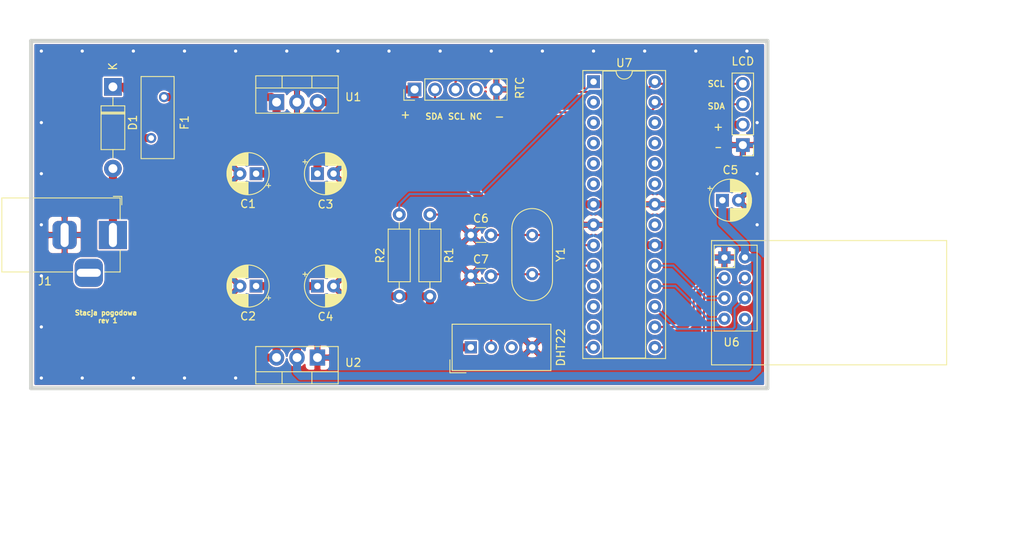
<source format=kicad_pcb>
(kicad_pcb (version 20171130) (host pcbnew "(5.1.8)-1")
  (layers (0 F.Cu signal) (31 B.Cu signal) (34 B.Paste user) (35 F.Paste user) (36 B.SilkS user) (37 F.SilkS user) (38 B.Mask user) (39 F.Mask user) (44 Edge.Cuts user))
  (net 0 "")
  (net 1 "Net-(C1-Pad1)")
  (net 2 GND)
  (net 3 +5V)
  (net 4 +3V3)
  (net 5 "Net-(C6-Pad2)")
  (net 6 "Net-(C7-Pad2)")
  (net 7 "Net-(D1-Pad1)")
  (net 8 "Net-(D1-Pad2)")
  (net 9 /DHT22)
  (net 10 "Net-(R2-Pad2)")
  (net 11 "Net-(U3-Pad4)")
  (net 12 "Net-(U4-Pad3)")
  (net 13 /SDA)
  (net 14 /SCL)
  (net 15 /CE)
  (net 16 /CSN)
  (net 17 /SCK)
  (net 18 /MOSI)
  (net 19 /MISO)
  (net 20 "Net-(U6-Pad8)")
  (net 21 "Net-(U7-Pad2)")
  (net 22 "Net-(U7-Pad3)")
  (net 23 "Net-(U7-Pad4)")
  (net 24 "Net-(U7-Pad5)")
  (net 25 "Net-(U7-Pad6)")
  (net 26 "Net-(U7-Pad21)")
  (net 27 "Net-(U7-Pad23)")
  (net 28 "Net-(U7-Pad24)")
  (net 29 "Net-(U7-Pad11)")
  (net 30 "Net-(U7-Pad25)")
  (net 31 "Net-(U7-Pad12)")
  (net 32 "Net-(U7-Pad26)")
  (net 33 "Net-(U7-Pad13)")
  (module Connector_PinHeader_2.54mm:PinHeader_1x04_P2.54mm_Vertical (layer F.Cu) (at 151.892 98.044 180)
    (fp_text reference LCD (at 0 10.414) (layer F.SilkS))
    (fp_text value LCDHD44780-->I2C hide)
    (pad 1 thru_hole rect (at 0 0 180) (size 1.7 1.7) (drill 1) (layers *.Cu *.Mask) (net 2 GND))
    (pad 2 thru_hole oval (at 0 2.54 180) (size 1.7 1.7) (drill 1) (layers *.Cu *.Mask) (net 3 +5V))
    (pad 3 thru_hole oval (at 0 5.08 180) (size 1.7 1.7) (drill 1) (layers *.Cu *.Mask) (net 13 /SDA))
    (pad 4 thru_hole oval (at 0 7.62 180) (size 1.7 1.7) (drill 1) (layers *.Cu *.Mask) (net 14 /SCL))
  )
  (module Diode_THT:D_DO-41_SOD81_P10.16mm_Horizontal (layer F.Cu) (at 73.66 90.805 270)
    (fp_text reference D1 (at 4.445 -2.47 270) (layer F.SilkS))
    (fp_text value LN4007)
    (fp_text user K (at -2.54 0 270) (layer F.SilkS))
    (pad 1 thru_hole rect (at 0 0 270) (size 2.2 2.2) (drill 1.1) (layers *.Cu *.Mask) (net 7 "Net-(D1-Pad1)"))
    (pad 2 thru_hole oval (at 10.16 0 270) (size 2.2 2.2) (drill 1.1) (layers *.Cu *.Mask) (net 8 "Net-(D1-Pad2)"))
  )
  (module Capacitor_THT:C_Disc_D3.0mm_W1.6mm_P2.50mm (layer F.Cu) (at 118.11 114.3)
    (fp_text reference C7 (at 1.25 -2.05) (layer F.SilkS))
    (fp_text value 22pF)
    (pad 2 thru_hole circle (at 2.5 0) (size 1.6 1.6) (drill 0.8) (layers *.Cu *.Mask) (net 6 "Net-(C7-Pad2)"))
    (pad 1 thru_hole circle (at 0 0) (size 1.6 1.6) (drill 0.8) (layers *.Cu *.Mask) (net 2 GND))
  )
  (module Capacitor_THT:CP_Radial_D5.0mm_P2.00mm (layer F.Cu) (at 99.06 101.6)
    (fp_text reference C3 (at 1 3.81) (layer F.SilkS))
    (fp_text value 0.1uF)
    (pad 2 thru_hole circle (at 2 0) (size 1.6 1.6) (drill 0.8) (layers *.Cu *.Mask) (net 2 GND))
    (pad 1 thru_hole rect (at 0 0) (size 1.6 1.6) (drill 0.8) (layers *.Cu *.Mask) (net 3 +5V))
  )
  (module Capacitor_THT:CP_Radial_D5.0mm_P2.00mm (layer F.Cu) (at 99.06 115.57)
    (fp_text reference C4 (at 1 3.81) (layer F.SilkS))
    (fp_text value 10uF)
    (pad 1 thru_hole rect (at 0 0) (size 1.6 1.6) (drill 0.8) (layers *.Cu *.Mask) (net 4 +3V3))
    (pad 2 thru_hole circle (at 2 0) (size 1.6 1.6) (drill 0.8) (layers *.Cu *.Mask) (net 2 GND))
  )
  (module Capacitor_THT:CP_Radial_D5.0mm_P2.00mm (layer F.Cu) (at 149.352 104.902)
    (fp_text reference C5 (at 1 -3.75) (layer F.SilkS))
    (fp_text value 10uF)
    (pad 1 thru_hole rect (at 0 0) (size 1.6 1.6) (drill 0.8) (layers *.Cu *.Mask) (net 4 +3V3))
    (pad 2 thru_hole circle (at 2 0) (size 1.6 1.6) (drill 0.8) (layers *.Cu *.Mask) (net 2 GND))
  )
  (module Capacitor_THT:C_Disc_D3.0mm_W1.6mm_P2.50mm (layer F.Cu) (at 118.11 109.22)
    (fp_text reference C6 (at 1.25 -2.05) (layer F.SilkS))
    (fp_text value 22pF)
    (pad 1 thru_hole circle (at 0 0) (size 1.6 1.6) (drill 0.8) (layers *.Cu *.Mask) (net 2 GND))
    (pad 2 thru_hole circle (at 2.5 0) (size 1.6 1.6) (drill 0.8) (layers *.Cu *.Mask) (net 5 "Net-(C6-Pad2)"))
  )
  (module Fuse:Fuse_BelFuse_0ZRE0016FF_L9.9mm_W3.8mm (layer F.Cu) (at 80.01 92.075 270)
    (fp_text reference F1 (at 3.175 -2.54 270) (layer F.SilkS))
    (fp_text value 72V/1,1A)
    (pad 2 thru_hole circle (at 5.1 1.6 270) (size 1.27 1.27) (drill 0.71) (layers *.Cu *.Mask) (net 7 "Net-(D1-Pad1)"))
    (pad 1 thru_hole circle (at 0 0 270) (size 1.27 1.27) (drill 0.71) (layers *.Cu *.Mask) (net 1 "Net-(C1-Pad1)"))
  )
  (module Connector_BarrelJack:BarrelJack_Horizontal (layer F.Cu) (at 73.66 109.22)
    (fp_text reference J1 (at -8.45 5.75) (layer F.SilkS))
    (fp_text value Barrel_Jack)
    (pad 1 thru_hole rect (at 0 0) (size 3.5 3.5) (drill oval 1 3) (layers *.Cu *.Mask) (net 8 "Net-(D1-Pad2)"))
    (pad 2 thru_hole roundrect (at -6 0) (size 3 3.5) (drill oval 1 3) (layers *.Cu *.Mask) (net 2 GND))
    (pad 3 thru_hole roundrect (at -3 4.7) (size 3.5 3.5) (drill oval 3 1) (layers *.Cu *.Mask))
  )
  (module Resistor_THT:R_Axial_DIN0207_L6.3mm_D2.5mm_P10.16mm_Horizontal (layer F.Cu) (at 113.03 106.68 270)
    (fp_text reference R1 (at 5.08 -2.37 90) (layer F.SilkS))
    (fp_text value 10K)
    (pad 2 thru_hole oval (at 10.16 0 270) (size 1.6 1.6) (drill 0.8) (layers *.Cu *.Mask) (net 3 +5V))
    (pad 1 thru_hole circle (at 0 0 270) (size 1.6 1.6) (drill 0.8) (layers *.Cu *.Mask) (net 9 /DHT22))
  )
  (module Resistor_THT:R_Axial_DIN0207_L6.3mm_D2.5mm_P10.16mm_Horizontal (layer F.Cu) (at 109.22 116.84 90)
    (fp_text reference R2 (at 5.08 -2.37 90) (layer F.SilkS))
    (fp_text value 10K)
    (pad 1 thru_hole circle (at 0 0 90) (size 1.6 1.6) (drill 0.8) (layers *.Cu *.Mask) (net 3 +5V))
    (pad 2 thru_hole oval (at 10.16 0 90) (size 1.6 1.6) (drill 0.8) (layers *.Cu *.Mask) (net 10 "Net-(R2-Pad2)"))
  )
  (module Package_TO_SOT_THT:TO-220-3_Vertical (layer F.Cu) (at 93.98 92.71)
    (fp_text reference U1 (at 9.525 -0.635) (layer F.SilkS))
    (fp_text value L7805)
    (pad 1 thru_hole rect (at 0 0) (size 1.905 2) (drill 1.1) (layers *.Cu *.Mask) (net 1 "Net-(C1-Pad1)"))
    (pad 2 thru_hole oval (at 2.54 0) (size 1.905 2) (drill 1.1) (layers *.Cu *.Mask) (net 2 GND))
    (pad 3 thru_hole oval (at 5.08 0) (size 1.905 2) (drill 1.1) (layers *.Cu *.Mask) (net 3 +5V))
  )
  (module Package_TO_SOT_THT:TO-220-3_Vertical (layer F.Cu) (at 99.06 124.46 180)
    (fp_text reference U2 (at -4.445 -0.635) (layer F.SilkS))
    (fp_text value LD1117S33TR)
    (pad 3 thru_hole oval (at 5.08 0 180) (size 1.905 2) (drill 1.1) (layers *.Cu *.Mask) (net 1 "Net-(C1-Pad1)"))
    (pad 2 thru_hole oval (at 2.54 0 180) (size 1.905 2) (drill 1.1) (layers *.Cu *.Mask) (net 4 +3V3))
    (pad 1 thru_hole rect (at 0 0 180) (size 1.905 2) (drill 1.1) (layers *.Cu *.Mask) (net 2 GND))
  )
  (module Sensor:Aosong_DHT11_5.5x12.0_P2.54mm (layer F.Cu) (at 118.11 123.19 90)
    (fp_text reference DHT22 (at 0 11.176 270) (layer F.SilkS))
    (fp_text value DHT11)
    (pad 1 thru_hole rect (at 0 0 90) (size 1.5 1.5) (drill 0.8) (layers *.Cu *.Mask) (net 3 +5V))
    (pad 2 thru_hole circle (at 0 2.54 90) (size 1.5 1.5) (drill 0.8) (layers *.Cu *.Mask) (net 9 /DHT22))
    (pad 3 thru_hole circle (at 0 5.08 90) (size 1.5 1.5) (drill 0.8) (layers *.Cu *.Mask) (net 12 "Net-(U4-Pad3)"))
    (pad 4 thru_hole circle (at 0 7.62 90) (size 1.5 1.5) (drill 0.8) (layers *.Cu *.Mask) (net 2 GND))
  )
  (module RF_Module:nRF24L01_Breakout (layer F.Cu) (at 149.606 112.014)
    (fp_text reference U6 (at 0.889 10.541) (layer F.SilkS))
    (fp_text value NRF24L01_Breakout)
    (pad 1 thru_hole rect (at 0 0) (size 1.524 1.524) (drill 0.762) (layers *.Cu *.Mask) (net 2 GND))
    (pad 2 thru_hole circle (at 2.54 0) (size 1.524 1.524) (drill 0.762) (layers *.Cu *.Mask) (net 4 +3V3))
    (pad 3 thru_hole circle (at 0 2.54) (size 1.524 1.524) (drill 0.762) (layers *.Cu *.Mask) (net 15 /CE))
    (pad 4 thru_hole circle (at 2.54 2.54) (size 1.524 1.524) (drill 0.762) (layers *.Cu *.Mask) (net 16 /CSN))
    (pad 5 thru_hole circle (at 0 5.08) (size 1.524 1.524) (drill 0.762) (layers *.Cu *.Mask) (net 17 /SCK))
    (pad 6 thru_hole circle (at 2.54 5.08) (size 1.524 1.524) (drill 0.762) (layers *.Cu *.Mask) (net 18 /MOSI))
    (pad 7 thru_hole circle (at 0 7.62) (size 1.524 1.524) (drill 0.762) (layers *.Cu *.Mask) (net 19 /MISO))
    (pad 8 thru_hole circle (at 2.54 7.62) (size 1.524 1.524) (drill 0.762) (layers *.Cu *.Mask) (net 20 "Net-(U6-Pad8)"))
  )
  (module Package_DIP:DIP-28_W7.62mm_Socket (layer F.Cu) (at 133.35 90.17)
    (fp_text reference U7 (at 3.81 -2.33) (layer F.SilkS))
    (fp_text value ATmega328-PU)
    (pad 1 thru_hole rect (at 0 0) (size 1.6 1.6) (drill 0.8) (layers *.Cu *.Mask) (net 10 "Net-(R2-Pad2)"))
    (pad 15 thru_hole oval (at 7.62 33.02) (size 1.6 1.6) (drill 0.8) (layers *.Cu *.Mask) (net 16 /CSN))
    (pad 2 thru_hole oval (at 0 2.54) (size 1.6 1.6) (drill 0.8) (layers *.Cu *.Mask) (net 21 "Net-(U7-Pad2)"))
    (pad 16 thru_hole oval (at 7.62 30.48) (size 1.6 1.6) (drill 0.8) (layers *.Cu *.Mask) (net 15 /CE))
    (pad 3 thru_hole oval (at 0 5.08) (size 1.6 1.6) (drill 0.8) (layers *.Cu *.Mask) (net 22 "Net-(U7-Pad3)"))
    (pad 17 thru_hole oval (at 7.62 27.94) (size 1.6 1.6) (drill 0.8) (layers *.Cu *.Mask) (net 18 /MOSI))
    (pad 4 thru_hole oval (at 0 7.62) (size 1.6 1.6) (drill 0.8) (layers *.Cu *.Mask) (net 23 "Net-(U7-Pad4)"))
    (pad 18 thru_hole oval (at 7.62 25.4) (size 1.6 1.6) (drill 0.8) (layers *.Cu *.Mask) (net 19 /MISO))
    (pad 5 thru_hole oval (at 0 10.16) (size 1.6 1.6) (drill 0.8) (layers *.Cu *.Mask) (net 24 "Net-(U7-Pad5)"))
    (pad 19 thru_hole oval (at 7.62 22.86) (size 1.6 1.6) (drill 0.8) (layers *.Cu *.Mask) (net 17 /SCK))
    (pad 6 thru_hole oval (at 0 12.7) (size 1.6 1.6) (drill 0.8) (layers *.Cu *.Mask) (net 25 "Net-(U7-Pad6)"))
    (pad 20 thru_hole oval (at 7.62 20.32) (size 1.6 1.6) (drill 0.8) (layers *.Cu *.Mask) (net 3 +5V))
    (pad 7 thru_hole oval (at 0 15.24) (size 1.6 1.6) (drill 0.8) (layers *.Cu *.Mask) (net 3 +5V))
    (pad 21 thru_hole oval (at 7.62 17.78) (size 1.6 1.6) (drill 0.8) (layers *.Cu *.Mask) (net 26 "Net-(U7-Pad21)"))
    (pad 8 thru_hole oval (at 0 17.78) (size 1.6 1.6) (drill 0.8) (layers *.Cu *.Mask) (net 2 GND))
    (pad 22 thru_hole oval (at 7.62 15.24) (size 1.6 1.6) (drill 0.8) (layers *.Cu *.Mask) (net 2 GND))
    (pad 9 thru_hole oval (at 0 20.32) (size 1.6 1.6) (drill 0.8) (layers *.Cu *.Mask) (net 5 "Net-(C6-Pad2)"))
    (pad 23 thru_hole oval (at 7.62 12.7) (size 1.6 1.6) (drill 0.8) (layers *.Cu *.Mask) (net 27 "Net-(U7-Pad23)"))
    (pad 10 thru_hole oval (at 0 22.86) (size 1.6 1.6) (drill 0.8) (layers *.Cu *.Mask) (net 6 "Net-(C7-Pad2)"))
    (pad 24 thru_hole oval (at 7.62 10.16) (size 1.6 1.6) (drill 0.8) (layers *.Cu *.Mask) (net 28 "Net-(U7-Pad24)"))
    (pad 11 thru_hole oval (at 0 25.4) (size 1.6 1.6) (drill 0.8) (layers *.Cu *.Mask) (net 29 "Net-(U7-Pad11)"))
    (pad 25 thru_hole oval (at 7.62 7.62) (size 1.6 1.6) (drill 0.8) (layers *.Cu *.Mask) (net 30 "Net-(U7-Pad25)"))
    (pad 12 thru_hole oval (at 0 27.94) (size 1.6 1.6) (drill 0.8) (layers *.Cu *.Mask) (net 31 "Net-(U7-Pad12)"))
    (pad 26 thru_hole oval (at 7.62 5.08) (size 1.6 1.6) (drill 0.8) (layers *.Cu *.Mask) (net 32 "Net-(U7-Pad26)"))
    (pad 13 thru_hole oval (at 0 30.48) (size 1.6 1.6) (drill 0.8) (layers *.Cu *.Mask) (net 33 "Net-(U7-Pad13)"))
    (pad 27 thru_hole oval (at 7.62 2.54) (size 1.6 1.6) (drill 0.8) (layers *.Cu *.Mask) (net 13 /SDA))
    (pad 14 thru_hole oval (at 0 33.02) (size 1.6 1.6) (drill 0.8) (layers *.Cu *.Mask) (net 9 /DHT22))
    (pad 28 thru_hole oval (at 7.62 0) (size 1.6 1.6) (drill 0.8) (layers *.Cu *.Mask) (net 14 /SCL))
  )
  (module Crystal:Crystal_HC49-4H_Vertical (layer F.Cu) (at 125.73 109.22 270)
    (fp_text reference Y1 (at 2.44 -3.525 90) (layer F.SilkS))
    (fp_text value 16Mhz)
    (pad 1 thru_hole circle (at 0 0 270) (size 1.5 1.5) (drill 0.8) (layers *.Cu *.Mask) (net 5 "Net-(C6-Pad2)"))
    (pad 2 thru_hole circle (at 4.88 0 270) (size 1.5 1.5) (drill 0.8) (layers *.Cu *.Mask) (net 6 "Net-(C7-Pad2)"))
  )
  (module Capacitor_THT:CP_Radial_D5.0mm_P2.00mm (layer F.Cu) (at 91.44 101.6 180)
    (fp_text reference C1 (at 1 -3.75) (layer F.SilkS))
    (fp_text value 0.33uF)
    (pad 2 thru_hole circle (at 2 0 180) (size 1.6 1.6) (drill 0.8) (layers *.Cu *.Mask) (net 2 GND))
    (pad 1 thru_hole rect (at 0 0 180) (size 1.6 1.6) (drill 0.8) (layers *.Cu *.Mask) (net 1 "Net-(C1-Pad1)"))
  )
  (module Capacitor_THT:CP_Radial_D5.0mm_P2.00mm (layer F.Cu) (at 91.44 115.57 180)
    (fp_text reference C2 (at 1 -3.75) (layer F.SilkS))
    (fp_text value 0.1uF)
    (pad 1 thru_hole rect (at 0 0 180) (size 1.6 1.6) (drill 0.8) (layers *.Cu *.Mask) (net 1 "Net-(C1-Pad1)"))
    (pad 2 thru_hole circle (at 2 0 180) (size 1.6 1.6) (drill 0.8) (layers *.Cu *.Mask) (net 2 GND))
  )
  (module Connector_PinHeader_2.54mm:PinHeader_1x05_P2.54mm_Vertical (layer F.Cu) (at 111.125 91.1352 90)
    (fp_text reference RTC (at 0.2032 13.081 90) (layer F.SilkS))
    (fp_text value RTC-DS3231)
    (pad 1 thru_hole rect (at 0 0 90) (size 1.7 1.7) (drill 1) (layers *.Cu *.Mask) (net 3 +5V))
    (pad 2 thru_hole oval (at 0 2.54 90) (size 1.7 1.7) (drill 1) (layers *.Cu *.Mask) (net 13 /SDA))
    (pad 3 thru_hole oval (at 0 5.08 90) (size 1.7 1.7) (drill 1) (layers *.Cu *.Mask) (net 14 /SCL))
    (pad 4 thru_hole oval (at 0 7.62 90) (size 1.7 1.7) (drill 1) (layers *.Cu *.Mask) (net 11 "Net-(U3-Pad4)"))
    (pad 5 thru_hole oval (at 0 10.16 90) (size 1.7 1.7) (drill 1) (layers *.Cu *.Mask) (net 2 GND))
  )
  (gr_text "Stacja pogodowa \nrev 1" (at 73.025 119.38) (layer F.SilkS) (effects (font (size 0.6 0.6))))
  (gr_text NC (at 118.745 94.488) (layer F.SilkS) (effects (font (size 0.75 0.75))))
  (gr_text - (at 121.666 94.488) (layer F.SilkS) (effects (font (size 1 1))))
  (gr_text SCL (at 116.332 94.488) (layer F.SilkS) (effects (font (size 0.75 0.75))))
  (gr_text SDA (at 113.538 94.488) (layer F.SilkS) (effects (font (size 0.75 0.75))))
  (gr_text - (at 148.844 98.298) (layer F.SilkS) (effects (font (size 0.75 0.75))))
  (gr_text "SCL\n" (at 148.59 90.424) (layer F.SilkS) (effects (font (size 0.75 0.75))))
  (gr_text SDA (at 148.59 93.218) (layer F.SilkS) (effects (font (size 0.75 0.75))))
  (gr_text + (at 148.844 95.758) (layer F.SilkS) (effects (font (size 1 1))))
  (gr_text + (at 109.982 94.234) (layer F.SilkS) (effects (font (size 1 1))))
  (gr_line (start 63.5 128.27) (end 63.5 85.09) (layer Edge.Cuts) (width 0.5))
  (gr_line (start 154.94 128.27) (end 63.5 128.27) (layer Edge.Cuts) (width 0.5))
  (gr_line (start 154.94 85.09) (end 154.94 128.27) (layer Edge.Cuts) (width 0.5))
  (gr_line (start 63.5 85.09) (end 154.94 85.09) (layer Edge.Cuts) (width 0.5))
  (segment (start 93.98 124.46) (end 93.98 116.205) (width 1) (layer F.Cu) (net 1))
  (segment (start 93.98 116.205) (end 93.345 115.57) (width 1) (layer F.Cu) (net 1))
  (segment (start 93.345 115.57) (end 91.44 115.57) (width 1) (layer F.Cu) (net 1))
  (segment (start 80.01 92.075) (end 81.915 92.075) (width 1) (layer F.Cu) (net 1))
  (segment (start 83.185 95.631) (end 83.185 122.555) (width 1) (layer F.Cu) (net 1))
  (segment (start 83.185 93.345) (end 83.185 95.631) (width 1) (layer F.Cu) (net 1))
  (segment (start 85.09 124.46) (end 93.98 124.46) (width 1) (layer F.Cu) (net 1))
  (segment (start 83.185 122.555) (end 85.09 124.46) (width 1) (layer F.Cu) (net 1))
  (segment (start 82.55 92.71) (end 83.185 93.345) (width 1) (layer F.Cu) (net 1))
  (segment (start 81.915 92.075) (end 82.55 92.71) (width 1) (layer F.Cu) (net 1))
  (segment (start 93.345 101.6) (end 91.44 101.6) (width 1) (layer F.Cu) (net 1))
  (segment (start 93.98 100.965) (end 93.345 101.6) (width 1) (layer F.Cu) (net 1))
  (segment (start 93.98 92.71) (end 93.98 100.965) (width 1) (layer F.Cu) (net 1))
  (segment (start 93.853 92.837) (end 93.98 92.71) (width 0.5) (layer F.Cu) (net 1))
  (segment (start 93.345 92.075) (end 93.98 92.71) (width 1) (layer F.Cu) (net 1))
  (segment (start 80.01 92.075) (end 93.345 92.075) (width 1) (layer F.Cu) (net 1))
  (via (at 64.77 86.36) (size 0.8) (drill 0.4) (layers F.Cu B.Cu) (net 2))
  (via (at 69.85 86.36) (size 0.8) (drill 0.4) (layers F.Cu B.Cu) (net 2))
  (via (at 76.2 86.36) (size 0.8) (drill 0.4) (layers F.Cu B.Cu) (net 2))
  (via (at 82.55 86.36) (size 0.8) (drill 0.4) (layers F.Cu B.Cu) (net 2))
  (via (at 88.9 86.36) (size 0.8) (drill 0.4) (layers F.Cu B.Cu) (net 2))
  (via (at 95.25 86.36) (size 0.8) (drill 0.4) (layers F.Cu B.Cu) (net 2))
  (via (at 101.6 86.36) (size 0.8) (drill 0.4) (layers F.Cu B.Cu) (net 2))
  (via (at 107.95 86.36) (size 0.8) (drill 0.4) (layers F.Cu B.Cu) (net 2))
  (via (at 114.3 86.36) (size 0.8) (drill 0.4) (layers F.Cu B.Cu) (net 2))
  (via (at 120.65 86.36) (size 0.8) (drill 0.4) (layers F.Cu B.Cu) (net 2))
  (via (at 127 86.36) (size 0.8) (drill 0.4) (layers F.Cu B.Cu) (net 2))
  (via (at 133.35 86.36) (size 0.8) (drill 0.4) (layers F.Cu B.Cu) (net 2))
  (via (at 139.7 86.36) (size 0.8) (drill 0.4) (layers F.Cu B.Cu) (net 2))
  (via (at 146.05 86.36) (size 0.8) (drill 0.4) (layers F.Cu B.Cu) (net 2))
  (via (at 152.4 86.36) (size 0.8) (drill 0.4) (layers F.Cu B.Cu) (net 2))
  (via (at 153.67 95.25) (size 0.8) (drill 0.4) (layers F.Cu B.Cu) (net 2))
  (via (at 153.67 101.6) (size 0.8) (drill 0.4) (layers F.Cu B.Cu) (net 2))
  (via (at 153.67 107.95) (size 0.8) (drill 0.4) (layers F.Cu B.Cu) (net 2))
  (via (at 64.77 95.25) (size 0.8) (drill 0.4) (layers F.Cu B.Cu) (net 2))
  (via (at 64.77 101.6) (size 0.8) (drill 0.4) (layers F.Cu B.Cu) (net 2))
  (via (at 64.77 107.95) (size 0.8) (drill 0.4) (layers F.Cu B.Cu) (net 2))
  (via (at 64.77 114.3) (size 0.8) (drill 0.4) (layers F.Cu B.Cu) (net 2))
  (via (at 64.77 120.65) (size 0.8) (drill 0.4) (layers F.Cu B.Cu) (net 2))
  (via (at 64.77 127) (size 0.8) (drill 0.4) (layers F.Cu B.Cu) (net 2))
  (via (at 69.85 127) (size 0.8) (drill 0.4) (layers F.Cu B.Cu) (net 2))
  (via (at 76.2 127) (size 0.8) (drill 0.4) (layers F.Cu B.Cu) (net 2))
  (via (at 82.55 127) (size 0.8) (drill 0.4) (layers F.Cu B.Cu) (net 2))
  (via (at 88.9 127) (size 0.8) (drill 0.4) (layers F.Cu B.Cu) (net 2))
  (segment (start 133.35 105.41) (end 135.255 105.41) (width 1) (layer F.Cu) (net 3))
  (segment (start 135.255 105.41) (end 136.525 106.68) (width 1) (layer F.Cu) (net 3))
  (segment (start 136.525 106.68) (end 136.525 109.22) (width 1) (layer F.Cu) (net 3))
  (segment (start 137.795 110.49) (end 140.97 110.49) (width 1) (layer F.Cu) (net 3))
  (segment (start 136.525 109.22) (end 137.795 110.49) (width 1) (layer F.Cu) (net 3))
  (segment (start 113.03 116.84) (end 113.03 121.92) (width 1) (layer F.Cu) (net 3))
  (segment (start 113.03 121.92) (end 114.3 123.19) (width 1) (layer F.Cu) (net 3))
  (segment (start 114.3 123.19) (end 118.11 123.19) (width 1) (layer F.Cu) (net 3))
  (segment (start 105.41 114.935) (end 107.315 116.84) (width 1) (layer F.Cu) (net 3))
  (segment (start 105.41 96.774) (end 105.41 97.155) (width 1) (layer F.Cu) (net 3))
  (segment (start 104.14 95.504) (end 105.41 96.774) (width 1) (layer F.Cu) (net 3))
  (segment (start 101.346 92.71) (end 104.14 95.504) (width 1) (layer F.Cu) (net 3))
  (segment (start 105.41 97.155) (end 105.41 114.935) (width 1) (layer F.Cu) (net 3))
  (segment (start 107.315 116.84) (end 109.22 116.84) (width 1) (layer F.Cu) (net 3))
  (segment (start 109.22 116.84) (end 113.03 116.84) (width 1) (layer F.Cu) (net 3))
  (segment (start 99.06 92.71) (end 99.06 101.6) (width 1) (layer F.Cu) (net 3))
  (segment (start 104.4448 91.1352) (end 111.125 91.1352) (width 1) (layer F.Cu) (net 3))
  (segment (start 101.346 92.71) (end 102.87 92.71) (width 1) (layer F.Cu) (net 3))
  (segment (start 102.87 92.71) (end 104.4448 91.1352) (width 1) (layer F.Cu) (net 3))
  (segment (start 111.125 96.393) (end 120.142 105.41) (width 1) (layer F.Cu) (net 3))
  (segment (start 111.125 91.1352) (end 111.125 96.393) (width 1) (layer F.Cu) (net 3))
  (segment (start 120.142 105.41) (end 133.35 105.41) (width 1) (layer F.Cu) (net 3))
  (segment (start 140.97 110.49) (end 143.51 110.49) (width 1) (layer F.Cu) (net 3))
  (segment (start 144.78 96.52) (end 145.796 95.504) (width 1) (layer F.Cu) (net 3))
  (segment (start 145.796 95.504) (end 151.892 95.504) (width 1) (layer F.Cu) (net 3))
  (segment (start 144.78 109.22) (end 144.78 96.52) (width 1) (layer F.Cu) (net 3))
  (segment (start 143.51 110.49) (end 144.78 109.22) (width 1) (layer F.Cu) (net 3))
  (segment (start 99.06 92.71) (end 101.346 92.71) (width 1) (layer F.Cu) (net 3))
  (segment (start 96.52 124.46) (end 96.52 116.205) (width 1) (layer F.Cu) (net 4))
  (segment (start 96.52 116.205) (end 97.155 115.57) (width 1) (layer F.Cu) (net 4))
  (segment (start 97.155 115.57) (end 99.06 115.57) (width 1) (layer F.Cu) (net 4))
  (segment (start 152.146 112.014) (end 152.146 110.49) (width 1) (layer B.Cu) (net 4))
  (segment (start 152.146 110.49) (end 149.352 107.696) (width 1) (layer B.Cu) (net 4))
  (segment (start 149.352 107.696) (end 149.352 104.902) (width 1) (layer B.Cu) (net 4))
  (segment (start 153.416 112.014) (end 152.146 112.014) (width 1) (layer B.Cu) (net 4))
  (segment (start 96.52 124.46) (end 96.52 126.238) (width 1) (layer B.Cu) (net 4))
  (segment (start 96.52 126.238) (end 97.028 126.746) (width 1) (layer B.Cu) (net 4))
  (segment (start 97.028 126.746) (end 152.908 126.746) (width 1) (layer B.Cu) (net 4))
  (segment (start 152.908 126.746) (end 153.67 125.984) (width 1) (layer B.Cu) (net 4))
  (segment (start 153.67 112.268) (end 153.416 112.014) (width 1) (layer B.Cu) (net 4))
  (segment (start 153.67 125.984) (end 153.67 120.65) (width 1) (layer B.Cu) (net 4))
  (segment (start 153.67 114.3) (end 153.67 112.268) (width 1) (layer B.Cu) (net 4))
  (segment (start 153.67 120.65) (end 153.67 114.3) (width 1) (layer B.Cu) (net 4))
  (segment (start 125.73 109.22) (end 120.61 109.22) (width 0.25) (layer F.Cu) (net 5))
  (segment (start 125.73 109.22) (end 130.175 109.22) (width 0.25) (layer F.Cu) (net 5))
  (segment (start 130.175 109.22) (end 131.445 110.49) (width 0.25) (layer F.Cu) (net 5))
  (segment (start 131.445 110.49) (end 133.35 110.49) (width 0.25) (layer F.Cu) (net 5))
  (segment (start 125.73 114.1) (end 130.375 114.1) (width 0.25) (layer F.Cu) (net 6))
  (segment (start 131.445 113.03) (end 133.35 113.03) (width 0.25) (layer F.Cu) (net 6))
  (segment (start 130.375 114.1) (end 131.445 113.03) (width 0.25) (layer F.Cu) (net 6))
  (segment (start 120.81 114.1) (end 120.61 114.3) (width 0.25) (layer F.Cu) (net 6))
  (segment (start 125.73 114.1) (end 120.81 114.1) (width 0.25) (layer F.Cu) (net 6))
  (segment (start 73.66 90.805) (end 74.93 90.805) (width 1) (layer F.Cu) (net 7))
  (segment (start 74.93 90.805) (end 76.2 92.075) (width 1) (layer F.Cu) (net 7))
  (segment (start 76.2 92.075) (end 76.2 96.52) (width 1) (layer F.Cu) (net 7))
  (segment (start 76.855 97.175) (end 78.41 97.175) (width 1) (layer F.Cu) (net 7))
  (segment (start 76.2 96.52) (end 76.855 97.175) (width 1) (layer F.Cu) (net 7))
  (segment (start 73.66 109.22) (end 73.66 104.14) (width 1) (layer F.Cu) (net 8))
  (segment (start 73.66 104.14) (end 73.66 100.965) (width 1) (layer F.Cu) (net 8))
  (segment (start 113.03 106.68) (end 114.935 106.68) (width 0.25) (layer F.Cu) (net 9))
  (segment (start 114.935 106.68) (end 116.205 107.95) (width 0.25) (layer F.Cu) (net 9))
  (segment (start 116.205 107.95) (end 116.205 116.84) (width 0.25) (layer F.Cu) (net 9))
  (segment (start 116.205 116.84) (end 118.745 119.38) (width 0.25) (layer F.Cu) (net 9))
  (segment (start 128.905 119.38) (end 130.175 120.65) (width 0.25) (layer F.Cu) (net 9))
  (segment (start 130.175 120.65) (end 130.175 122.555) (width 0.25) (layer F.Cu) (net 9))
  (segment (start 130.81 123.19) (end 133.35 123.19) (width 0.25) (layer F.Cu) (net 9))
  (segment (start 130.175 122.555) (end 130.81 123.19) (width 0.25) (layer F.Cu) (net 9))
  (segment (start 118.745 119.38) (end 119.38 119.38) (width 0.25) (layer F.Cu) (net 9))
  (segment (start 119.38 119.38) (end 128.905 119.38) (width 0.25) (layer F.Cu) (net 9))
  (segment (start 120.65 120.65) (end 120.65 123.19) (width 0.25) (layer F.Cu) (net 9))
  (segment (start 119.38 119.38) (end 120.65 120.65) (width 0.25) (layer F.Cu) (net 9))
  (segment (start 119.38 104.14) (end 133.35 90.17) (width 0.25) (layer B.Cu) (net 10))
  (segment (start 109.22 106.68) (end 109.22 105.41) (width 0.25) (layer B.Cu) (net 10))
  (segment (start 109.22 105.41) (end 110.49 104.14) (width 0.25) (layer B.Cu) (net 10))
  (segment (start 110.49 104.14) (end 119.38 104.14) (width 0.25) (layer B.Cu) (net 10))
  (segment (start 141.224 92.964) (end 140.97 92.71) (width 0.25) (layer F.Cu) (net 13))
  (segment (start 151.892 92.964) (end 141.224 92.964) (width 0.25) (layer F.Cu) (net 13))
  (segment (start 140.97 93.345) (end 140.97 92.71) (width 0.25) (layer F.Cu) (net 13))
  (segment (start 140.335 93.98) (end 140.97 93.345) (width 0.25) (layer F.Cu) (net 13))
  (segment (start 114.3 93.98) (end 140.335 93.98) (width 0.25) (layer F.Cu) (net 13))
  (segment (start 113.665 93.345) (end 114.3 93.98) (width 0.25) (layer F.Cu) (net 13))
  (segment (start 113.665 91.1352) (end 113.665 93.345) (width 0.25) (layer F.Cu) (net 13))
  (segment (start 141.224 90.424) (end 140.97 90.17) (width 0.25) (layer F.Cu) (net 14))
  (segment (start 151.892 90.424) (end 141.224 90.424) (width 0.25) (layer F.Cu) (net 14))
  (segment (start 132.700998 91.44) (end 139.7 91.44) (width 0.25) (layer F.Cu) (net 14))
  (segment (start 139.7 91.44) (end 140.97 90.17) (width 0.25) (layer F.Cu) (net 14))
  (segment (start 131.445 91.44) (end 132.715 91.44) (width 0.25) (layer F.Cu) (net 14))
  (segment (start 130.795998 90.790998) (end 131.445 91.44) (width 0.25) (layer F.Cu) (net 14))
  (segment (start 130.175 88.9) (end 130.795998 89.520998) (width 0.25) (layer F.Cu) (net 14))
  (segment (start 117.475 88.9) (end 130.175 88.9) (width 0.25) (layer F.Cu) (net 14))
  (segment (start 130.795998 89.520998) (end 130.795998 90.790998) (width 0.25) (layer F.Cu) (net 14))
  (segment (start 116.205 90.17) (end 117.475 88.9) (width 0.25) (layer F.Cu) (net 14))
  (segment (start 116.205 91.1352) (end 116.205 90.17) (width 0.25) (layer F.Cu) (net 14))
  (segment (start 149.606 114.554) (end 147.32 114.554) (width 0.25) (layer F.Cu) (net 15))
  (segment (start 147.32 114.554) (end 145.796 116.078) (width 0.25) (layer F.Cu) (net 15))
  (segment (start 145.796 116.078) (end 145.796 119.888) (width 0.25) (layer F.Cu) (net 15))
  (segment (start 145.034 120.65) (end 140.97 120.65) (width 0.25) (layer F.Cu) (net 15))
  (segment (start 145.796 119.888) (end 145.034 120.65) (width 0.25) (layer F.Cu) (net 15))
  (segment (start 150.876 115.824) (end 152.146 114.554) (width 0.25) (layer F.Cu) (net 16))
  (segment (start 147.828 115.824) (end 150.876 115.824) (width 0.25) (layer F.Cu) (net 16))
  (segment (start 147.066 116.586) (end 147.828 115.824) (width 0.25) (layer F.Cu) (net 16))
  (segment (start 147.066 121.666) (end 147.066 116.586) (width 0.25) (layer F.Cu) (net 16))
  (segment (start 145.542 123.19) (end 147.066 121.666) (width 0.25) (layer F.Cu) (net 16))
  (segment (start 140.97 123.19) (end 145.542 123.19) (width 0.25) (layer F.Cu) (net 16))
  (segment (start 149.606 117.094) (end 147.32 117.094) (width 0.25) (layer B.Cu) (net 17))
  (segment (start 143.256 113.03) (end 140.97 113.03) (width 0.25) (layer B.Cu) (net 17))
  (segment (start 147.32 117.094) (end 143.256 113.03) (width 0.25) (layer B.Cu) (net 17))
  (segment (start 150.876 118.364) (end 152.146 117.094) (width 0.25) (layer B.Cu) (net 18))
  (segment (start 150.876 120.65) (end 150.876 118.364) (width 0.25) (layer B.Cu) (net 18))
  (segment (start 150.622 120.904) (end 150.876 120.65) (width 0.25) (layer B.Cu) (net 18))
  (segment (start 143.764 120.904) (end 150.622 120.904) (width 0.25) (layer B.Cu) (net 18))
  (segment (start 140.97 118.11) (end 143.764 120.904) (width 0.25) (layer B.Cu) (net 18))
  (segment (start 149.606 119.634) (end 147.574 119.634) (width 0.25) (layer B.Cu) (net 19))
  (segment (start 143.51 115.57) (end 140.97 115.57) (width 0.25) (layer B.Cu) (net 19))
  (segment (start 147.574 119.634) (end 143.51 115.57) (width 0.25) (layer B.Cu) (net 19))
  (zone (net 2) (net_name GND) (layer F.Cu) (connect_pads (clearance 0.1524)) (min_thickness 0.254) (fill yes (arc_segments 32) (thermal_gap 0.508) (thermal_bridge_width 0.75))
    (polygon (pts (xy 160.655 131.445) (xy 61.595 130.175) (xy 61.595 81.28) (xy 161.925 80.645)))
  )
  (zone (net 2) (net_name GND) (layer B.Cu) (connect_pads (clearance 0.1524)) (min_thickness 0.254) (fill yes (arc_segments 32) (thermal_gap 0.508) (thermal_bridge_width 0.508))
    (polygon (pts (xy 158.115 130.175) (xy 59.69 132.08) (xy 60.325 80.01) (xy 160.02 81.915)))
  )
)
</source>
